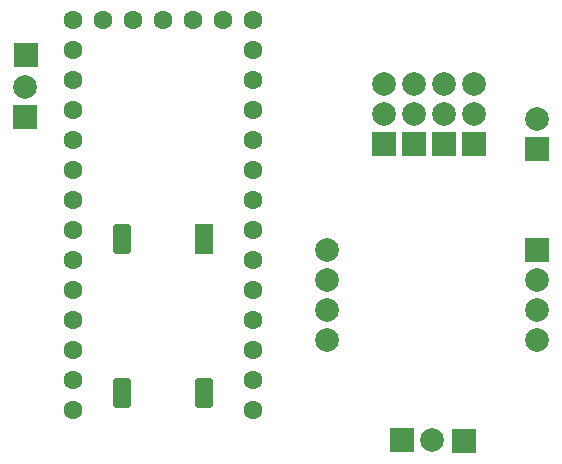
<source format=gbs>
%TF.GenerationSoftware,KiCad,Pcbnew,9.0.7*%
%TF.CreationDate,2026-02-08T08:02:24-07:00*%
%TF.ProjectId,PCB_v1,5043425f-7631-42e6-9b69-6361645f7063,rev?*%
%TF.SameCoordinates,Original*%
%TF.FileFunction,Soldermask,Bot*%
%TF.FilePolarity,Negative*%
%FSLAX46Y46*%
G04 Gerber Fmt 4.6, Leading zero omitted, Abs format (unit mm)*
G04 Created by KiCad (PCBNEW 9.0.7) date 2026-02-08 08:02:24*
%MOMM*%
%LPD*%
G01*
G04 APERTURE LIST*
G04 Aperture macros list*
%AMRoundRect*
0 Rectangle with rounded corners*
0 $1 Rounding radius*
0 $2 $3 $4 $5 $6 $7 $8 $9 X,Y pos of 4 corners*
0 Add a 4 corners polygon primitive as box body*
4,1,4,$2,$3,$4,$5,$6,$7,$8,$9,$2,$3,0*
0 Add four circle primitives for the rounded corners*
1,1,$1+$1,$2,$3*
1,1,$1+$1,$4,$5*
1,1,$1+$1,$6,$7*
1,1,$1+$1,$8,$9*
0 Add four rect primitives between the rounded corners*
20,1,$1+$1,$2,$3,$4,$5,0*
20,1,$1+$1,$4,$5,$6,$7,0*
20,1,$1+$1,$6,$7,$8,$9,0*
20,1,$1+$1,$8,$9,$2,$3,0*%
G04 Aperture macros list end*
%ADD10R,2.000000X2.000000*%
%ADD11C,2.000000*%
%ADD12C,1.600000*%
%ADD13RoundRect,1.000000X-0.000010X0.000010X-0.000010X-0.000010X0.000010X-0.000010X0.000010X0.000010X0*%
%ADD14R,1.500000X2.500000*%
%ADD15RoundRect,0.150000X0.600000X-1.100000X0.600000X1.100000X-0.600000X1.100000X-0.600000X-1.100000X0*%
G04 APERTURE END LIST*
D10*
%TO.C,J7*%
X210000000Y-98108000D03*
%TD*%
%TO.C,J5*%
X204730000Y-98044500D03*
D11*
X207270000Y-98044500D03*
%TD*%
D10*
%TO.C,J6*%
X172908000Y-65400000D03*
%TD*%
D12*
%TO.C,U1*%
X192120000Y-95510000D03*
X192120000Y-92970000D03*
X192120000Y-90430000D03*
X192120000Y-87890000D03*
X192120000Y-85350000D03*
X192120000Y-82810000D03*
X192120000Y-80270000D03*
X192120000Y-77730000D03*
X192120000Y-75190000D03*
X192120000Y-72650000D03*
X192120000Y-70110000D03*
X192120000Y-67570000D03*
X192120000Y-65030000D03*
X192120000Y-62490000D03*
X189580000Y-62490000D03*
X187040000Y-62490000D03*
X184500000Y-62490000D03*
X181960000Y-62490000D03*
X179420000Y-62490000D03*
X176880000Y-62490000D03*
X176880000Y-65030000D03*
X176880000Y-67570000D03*
X176880000Y-70110000D03*
X176880000Y-72650000D03*
X176880000Y-75190000D03*
X176880000Y-77730000D03*
X176880000Y-80270000D03*
X176880000Y-82810000D03*
X176880000Y-85350000D03*
X176880000Y-87890000D03*
X176880000Y-90430000D03*
X176880000Y-92970000D03*
X176880000Y-95510000D03*
%TD*%
D10*
%TO.C,J4*%
X172844500Y-70670000D03*
D11*
X172844500Y-68130000D03*
%TD*%
D10*
%TO.C,J8*%
X216135000Y-73370000D03*
D11*
X216135000Y-70830000D03*
%TD*%
D10*
%TO.C,J1*%
X216190000Y-81890000D03*
D13*
X216190000Y-84430000D03*
X216190000Y-86970000D03*
X216190000Y-89510000D03*
X198410000Y-81890000D03*
X198410000Y-84430000D03*
X198410000Y-86970000D03*
X198410000Y-89510000D03*
%TD*%
D14*
%TO.C,J3*%
X188000000Y-81000000D03*
D15*
X181000000Y-81000000D03*
X188000000Y-94000000D03*
X181000000Y-94000000D03*
%TD*%
D10*
%TO.C,J2*%
X203190000Y-72950000D03*
X205730000Y-72950000D03*
X208270000Y-72950000D03*
X210810000Y-72950000D03*
D11*
X203190000Y-70410000D03*
X205730000Y-70410000D03*
X208270000Y-70410000D03*
X210810000Y-70410000D03*
X203190000Y-67870000D03*
X205730000Y-67870000D03*
X208270000Y-67870000D03*
X210810000Y-67870000D03*
%TD*%
M02*

</source>
